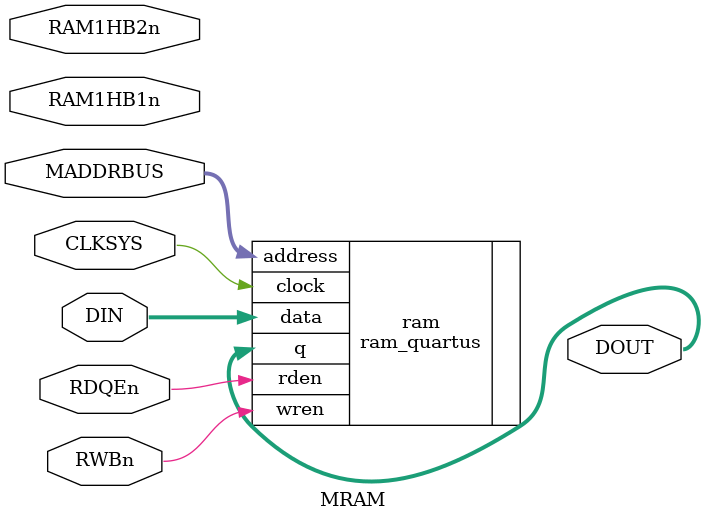
<source format=v>


module MRAM (
  input RAM1HB1n,
  input RAM1HB2n,
  input RWBn,
  input CLKSYS,
  input [15:0] MADDRBUS,
  input [7:0] DIN,
  input RDQEn,
  output [7:0] DOUT
);

// ram #(16,8) ram(
//   .clk  ( CLKSYS              ),
//   .addr ( MADDRBUS            ),
//   .din  ( DIN                 ),
//   .q    ( DOUT                ),
//   .wr_n ( ~RWBn               ),
//   .rd_n ( ~RDQEn              ),
//   .ce_n ( 1'b0                )
// );

ram_quartus ram(
  .clock   ( CLKSYS   ),
  .address ( MADDRBUS ),
  .data    ( DIN      ),
  .q       ( DOUT     ),
  .wren    ( RWBn     ),
  .rden    ( RDQEn    )
);


endmodule

</source>
